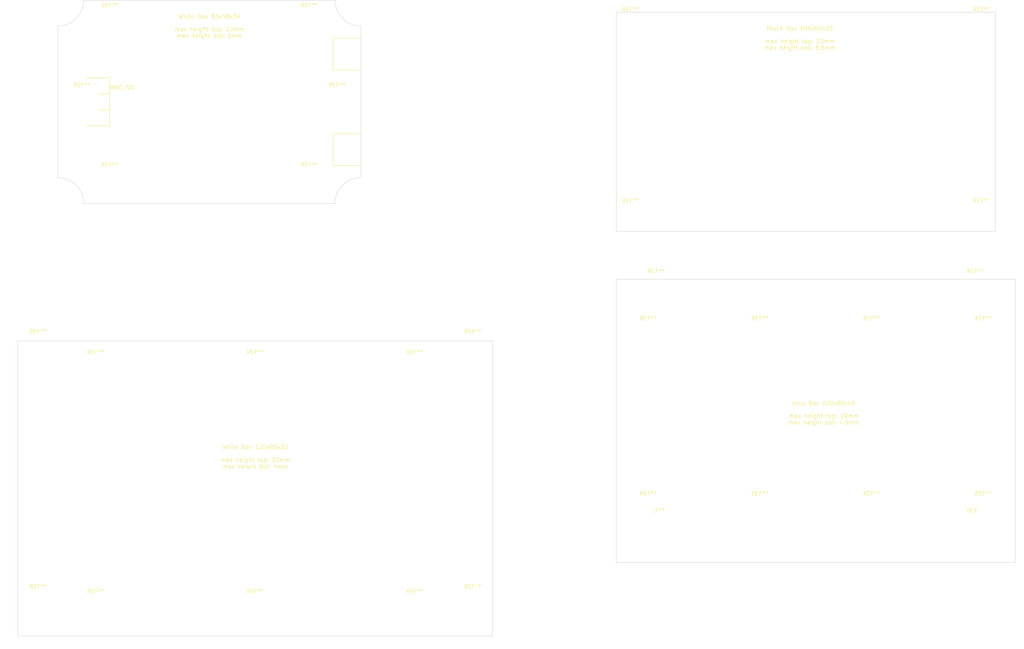
<source format=kicad_pcb>
(kicad_pcb (version 20221018) (generator pcbnew)
  (layers (0 "F.Cu" signal) (31 "B.Cu" signal) (34 "B.Paste" user) (35 "F.Paste" user) (36 "B.SilkS" user "B.Silkscreen") (37 "F.SilkS" user "F.Silkscreen") (38 "B.Mask" user) (39 "F.Mask" user) (44 "Edge.Cuts" user))
  (net 0 "")
  (footprint "Library:MountingHole_2.7mm_M2.5" (layer "F.Cu") (at 240.5 148)
    (fp_text reference "REF**" (at 0 -3.7) (layer "F.SilkS"))
    (fp_text value "MountingHole_2.7mm_M2.5")
    (pad "" np_thru_hole circle (at 0 0) (size 2.7 2.7) (drill 2.7) (layers "*.Cu" "*.Mask"))
  )
  (footprint "MountingHole:MountingHole_3.2mm_M3" (layer "F.Cu") (at 268 75)
    (fp_text reference "REF**" (at 0 -4.2) (layer "F.SilkS"))
    (fp_text value "MountingHole_3.2mm_M3")
    (pad "" np_thru_hole circle (at 0 0) (size 3.2 3.2) (drill 3.2) (layers "*.Cu" "*.Mask"))
  )
  (footprint "MountingHole:MountingHole_3.2mm_M3" (layer "F.Cu") (at 49.5 66)
    (fp_text reference "REF**" (at 0 -4.2) (layer "F.SilkS"))
    (fp_text value "MountingHole_3.2mm_M3")
    (pad "" np_thru_hole circle (at 0 0) (size 3.2 3.2) (drill 3.2) (layers "*.Cu" "*.Mask"))
  )
  (footprint "Library:MountingHole_2.7mm_M2.5" (layer "F.Cu") (at 268.5 104)
    (fp_text reference "REF**" (at 0 -3.7) (layer "F.SilkS"))
    (fp_text value "MountingHole_2.7mm_M2.5")
    (pad "" np_thru_hole circle (at 0 0) (size 2.7 2.7) (drill 2.7) (layers "*.Cu" "*.Mask"))
  )
  (footprint "Library:MountingHole_7.5mm" (layer "F.Cu") (at 186.5 156)
    (fp_text reference "REF**" (at 0 -7.5) (layer "F.SilkS"))
    (fp_text value "MountingHole_7.5mm")
    (pad "" np_thru_hole circle (at 0 0) (size 7.5 7.5) (drill 7.5) (layers "F&B.Cu" "*.Mask"))
  )
  (footprint "Library:MountingHole_2.7mm_M2.5" (layer "F.Cu") (at 268.5 148)
    (fp_text reference "REF**" (at 0 -3.7) (layer "F.SilkS"))
    (fp_text value "MountingHole_2.7mm_M2.5")
    (pad "" np_thru_hole circle (at 0 0) (size 2.7 2.7) (drill 2.7) (layers "*.Cu" "*.Mask"))
  )
  (footprint "MountingHole:MountingHole_3.2mm_M3" (layer "F.Cu") (at 180 75)
    (fp_text reference "REF**" (at 0 -4.2) (layer "F.SilkS"))
    (fp_text value "MountingHole_3.2mm_M3")
    (pad "" np_thru_hole circle (at 0 0) (size 3.2 3.2) (drill 3.2) (layers "*.Cu" "*.Mask"))
  )
  (footprint "Library:MountingHole_6.4mm_M6" (layer "F.Cu") (at 140.5 111)
    (fp_text reference "REF**" (at 0 -7.4) (layer "F.SilkS"))
    (fp_text value "MountingHole_6.4mm_M6")
    (pad "" np_thru_hole circle (at 0 0) (size 6.4 6.4) (drill 6.4) (layers "*.Cu" "*.Mask"))
  )
  (footprint "Library:MountingHole_6.4mm_M6" (layer "F.Cu") (at 31.5 111)
    (fp_text reference "REF**" (at 0 -7.4) (layer "F.SilkS"))
    (fp_text value "MountingHole_6.4mm_M6")
    (pad "" np_thru_hole circle (at 0 0) (size 6.4 6.4) (drill 6.4) (layers "*.Cu" "*.Mask"))
  )
  (footprint "MountingHole:MountingHole_3.2mm_M3" (layer "F.Cu") (at 99.5 66)
    (fp_text reference "REF**" (at 0 -4.2) (layer "F.SilkS"))
    (fp_text value "MountingHole_3.2mm_M3")
    (pad "" np_thru_hole circle (at 0 0) (size 3.2 3.2) (drill 3.2) (layers "*.Cu" "*.Mask"))
  )
  (footprint "MountingHole:MountingHole_3.2mm_M3" (layer "F.Cu") (at 106.5 46)
    (fp_text reference "REF**" (at 0 -4.2) (layer "F.SilkS"))
    (fp_text value "MountingHole_3.2mm_M3")
    (pad "" np_thru_hole circle (at 0 0) (size 3.2 3.2) (drill 3.2) (layers "*.Cu" "*.Mask"))
  )
  (footprint "MountingHole:MountingHole_3.2mm_M3" (layer "F.Cu") (at 126 113)
    (fp_text reference "REF**" (at 0 -4.2) (layer "F.SilkS"))
    (fp_text value "MountingHole_3.2mm_M3")
    (pad "" np_thru_hole circle (at 0 0) (size 3.2 3.2) (drill 3.2) (layers "*.Cu" "*.Mask"))
  )
  (footprint "MountingHole:MountingHole_3.2mm_M3" (layer "F.Cu") (at 49.5 26)
    (fp_text reference "REF**" (at 0 -4.2) (layer "F.SilkS"))
    (fp_text value "MountingHole_3.2mm_M3")
    (pad "" np_thru_hole circle (at 0 0) (size 3.2 3.2) (drill 3.2) (layers "*.Cu" "*.Mask"))
  )
  (footprint "Library:MountingHole_6.4mm_M6" (layer "F.Cu") (at 31.5 175)
    (fp_text reference "REF**" (at 0 -7.4) (layer "F.SilkS"))
    (fp_text value "MountingHole_6.4mm_M6")
    (pad "" np_thru_hole circle (at 0 0) (size 6.4 6.4) (drill 6.4) (layers "*.Cu" "*.Mask"))
  )
  (footprint "MountingHole:MountingHole_3.2mm_M3" (layer "F.Cu") (at 86 173)
    (fp_text reference "REF**" (at 0 -4.2) (layer "F.SilkS"))
    (fp_text value "MountingHole_3.2mm_M3")
    (pad "" np_thru_hole circle (at 0 0) (size 3.2 3.2) (drill 3.2) (layers "*.Cu" "*.Mask"))
  )
  (footprint "MountingHole:MountingHole_3.2mm_M3" (layer "F.Cu") (at 42.5 46)
    (fp_text reference "REF**" (at 0 -4.2) (layer "F.SilkS"))
    (fp_text value "MountingHole_3.2mm_M3")
    (pad "" np_thru_hole circle (at 0 0) (size 3.2 3.2) (drill 3.2) (layers "*.Cu" "*.Mask"))
  )
  (footprint "MountingHole:MountingHole_3.2mm_M3" (layer "F.Cu") (at 46 113)
    (fp_text reference "REF**" (at 0 -4.2) (layer "F.SilkS"))
    (fp_text value "MountingHole_3.2mm_M3")
    (pad "" np_thru_hole circle (at 0 0) (size 3.2 3.2) (drill 3.2) (layers "*.Cu" "*.Mask"))
  )
  (footprint "MountingHole:MountingHole_3.2mm_M3" (layer "F.Cu") (at 46 173)
    (fp_text reference "REF**" (at 0 -4.2) (layer "F.SilkS"))
    (fp_text value "MountingHole_3.2mm_M3")
    (pad "" np_thru_hole circle (at 0 0) (size 3.2 3.2) (drill 3.2) (layers "*.Cu" "*.Mask"))
  )
  (footprint "MountingHole:MountingHole_3.2mm_M3" (layer "F.Cu") (at 126 173)
    (fp_text reference "REF**" (at 0 -4.2) (layer "F.SilkS"))
    (fp_text value "MountingHole_3.2mm_M3")
    (pad "" np_thru_hole circle (at 0 0) (size 3.2 3.2) (drill 3.2) (layers "*.Cu" "*.Mask"))
  )
  (footprint "Library:MountingHole_6.4mm_M6" (layer "F.Cu") (at 140.5 175)
    (fp_text reference "REF**" (at 0 -7.4) (layer "F.SilkS"))
    (fp_text value "MountingHole_6.4mm_M6")
    (pad "" np_thru_hole circle (at 0 0) (size 6.4 6.4) (drill 6.4) (layers "*.Cu" "*.Mask"))
  )
  (footprint "MountingHole:MountingHole_3.2mm_M3" (layer "F.Cu") (at 180 27)
    (fp_text reference "REF**" (at 0 -4.2) (layer "F.SilkS"))
    (fp_text value "MountingHole_3.2mm_M3")
    (pad "" np_thru_hole circle (at 0 0) (size 3.2 3.2) (drill 3.2) (layers "*.Cu" "*.Mask"))
  )
  (footprint "MountingHole:MountingHole_3.2mm_M3" (layer "F.Cu") (at 99.5 26)
    (fp_text reference "REF**" (at 0 -4.2) (layer "F.SilkS"))
    (fp_text value "MountingHole_3.2mm_M3")
    (pad "" np_thru_hole circle (at 0 0) (size 3.2 3.2) (drill 3.2) (layers "*.Cu" "*.Mask"))
  )
  (footprint "Library:MountingHole_7.5mm" (layer "F.Cu") (at 266.5 96)
    (fp_text reference "REF**" (at 0 -7.5) (layer "F.SilkS"))
    (fp_text value "MountingHole_7.5mm")
    (pad "" np_thru_hole circle (at 0 0) (size 7.5 7.5) (drill 7.5) (layers "F&B.Cu" "*.Mask"))
  )
  (footprint "Library:MountingHole_2.7mm_M2.5" (layer "F.Cu") (at 184.5 148)
    (fp_text reference "REF**" (at 0 -3.7) (layer "F.SilkS"))
    (fp_text value "MountingHole_2.7mm_M2.5")
    (pad "" np_thru_hole circle (at 0 0) (size 2.7 2.7) (drill 2.7) (layers "*.Cu" "*.Mask"))
  )
  (footprint "MountingHole:MountingHole_3.2mm_M3" (layer "F.Cu") (at 86 113)
    (fp_text reference "REF**" (at 0 -4.2) (layer "F.SilkS"))
    (fp_text value "MountingHole_3.2mm_M3")
    (pad "" np_thru_hole circle (at 0 0) (size 3.2 3.2) (drill 3.2) (layers "*.Cu" "*.Mask"))
  )
  (footprint "Library:MountingHole_7.5mm" (layer "F.Cu") (at 266.5 156)
    (fp_text reference "REF**" (at 0 -7.5) (layer "F.SilkS"))
    (fp_text value "MountingHole_7.5mm")
    (pad "" np_thru_hole circle (at 0 0) (size 7.5 7.5) (drill 7.5) (layers "F&B.Cu" "*.Mask"))
  )
  (footprint "Library:MountingHole_2.7mm_M2.5" (layer "F.Cu") (at 212.5 104)
    (fp_text reference "REF**" (at 0 -3.7) (layer "F.SilkS"))
    (fp_text value "MountingHole_2.7mm_M2.5")
    (pad "" np_thru_hole circle (at 0 0) (size 2.7 2.7) (drill 2.7) (layers "*.Cu" "*.Mask"))
  )
  (footprint "MountingHole:MountingHole_3.2mm_M3" (layer "F.Cu") (at 268 27)
    (fp_text reference "REF**" (at 0 -4.2) (layer "F.SilkS"))
    (fp_text value "MountingHole_3.2mm_M3")
    (pad "" np_thru_hole circle (at 0 0) (size 3.2 3.2) (drill 3.2) (layers "*.Cu" "*.Mask"))
  )
  (footprint "Library:MountingHole_2.7mm_M2.5" (layer "F.Cu") (at 212.5 148)
    (fp_text reference "REF**" (at 0 -3.7) (layer "F.SilkS"))
    (fp_text value "MountingHole_2.7mm_M2.5")
    (pad "" np_thru_hole circle (at 0 0) (size 2.7 2.7) (drill 2.7) (layers "*.Cu" "*.Mask"))
  )
  (footprint "Library:MountingHole_2.7mm_M2.5" (layer "F.Cu") (at 240.5 104)
    (fp_text reference "REF**" (at 0 -3.7) (layer "F.SilkS"))
    (fp_text value "MountingHole_2.7mm_M2.5")
    (pad "" np_thru_hole circle (at 0 0) (size 2.7 2.7) (drill 2.7) (layers "*.Cu" "*.Mask"))
  )
  (footprint "Library:MountingHole_7.5mm" (layer "F.Cu") (at 186.5 96)
    (fp_text reference "REF**" (at 0 -7.5) (layer "F.SilkS"))
    (fp_text value "MountingHole_7.5mm")
    (pad "" np_thru_hole circle (at 0 0) (size 7.5 7.5) (drill 7.5) (layers "F&B.Cu" "*.Mask"))
  )
  (footprint "Library:MountingHole_2.7mm_M2.5" (layer "F.Cu") (at 184.5 104)
    (fp_text reference "REF**" (at 0 -3.7) (layer "F.SilkS"))
    (fp_text value "MountingHole_2.7mm_M2.5")
    (pad "" np_thru_hole circle (at 0 0) (size 2.7 2.7) (drill 2.7) (layers "*.Cu" "*.Mask"))
  )
  (gr_line (start 112.5 62) (end 105.5 62) (stroke (width 0.15)) (layer "F.SilkS"))
  (gr_line (start 105.5 62) (end 105.5 54) (stroke (width 0.15)) (layer "F.SilkS"))
  (gr_line (start 49.5 40) (end 43.5 40) (stroke (width 0.15)) (layer "F.SilkS"))
  (gr_line (start 49.5 48) (end 46.5 48) (stroke (width 0.15)) (layer "F.SilkS"))
  (gr_line (start 49.5 52) (end 43.5 52) (stroke (width 0.15)) (layer "F.SilkS"))
  (gr_line (start 105.5 30) (end 105.5 38) (stroke (width 0.15)) (layer "F.SilkS"))
  (gr_line (start 105.5 38) (end 112.5 38) (stroke (width 0.15)) (layer "F.SilkS"))
  (gr_line (start 112.5 30) (end 105.5 30) (stroke (width 0.15)) (layer "F.SilkS"))
  (gr_line (start 49.5 40) (end 49.5 52) (stroke (width 0.15)) (layer "F.SilkS"))
  (gr_line (start 105.5 54) (end 112.5 54) (stroke (width 0.15)) (layer "F.SilkS"))
  (gr_line (start 49.5 44) (end 46.5 44) (stroke (width 0.15)) (layer "F.SilkS"))
  (gr_line (start 271.5 23.5) (end 271.5 78.5) (stroke (width 0.1)) (layer "Edge.Cuts"))
  (gr_line (start 276.5 161.5) (end 176.5 161.5) (stroke (width 0.1)) (layer "Edge.Cuts"))
  (gr_arc (start 106 71.5) (mid 107.903806 66.903806) (end 112.5 65) (stroke (width 0.1)) (layer "Edge.Cuts"))
  (gr_line (start 276.5 90.5) (end 276.5 161.5) (stroke (width 0.1)) (layer "Edge.Cuts"))
  (gr_line (start 176.5 78.5) (end 176.5 23.5) (stroke (width 0.1)) (layer "Edge.Cuts"))
  (gr_arc (start 43 20.5) (mid 41.096194 25.096194) (end 36.5 27) (stroke (width 0.1)) (layer "Edge.Cuts"))
  (gr_line (start 145.5 180) (end 26.5 180) (stroke (width 0.1)) (layer "Edge.Cuts"))
  (gr_arc (start 112.5 27) (mid 107.903806 25.096194) (end 106 20.5) (stroke (width 0.1)) (layer "Edge.Cuts"))
  (gr_line (start 26.5 106) (end 145.5 106) (stroke (width 0.1)) (layer "Edge.Cuts"))
  (gr_line (start 176.5 23.5) (end 271.5 23.5) (stroke (width 0.1)) (layer "Edge.Cuts"))
  (gr_line (start 145.5 106) (end 145.5 180) (stroke (width 0.1)) (layer "Edge.Cuts"))
  (gr_line (start 176.5 90.5) (end 276.5 90.5) (stroke (width 0.1)) (layer "Edge.Cuts"))
  (gr_arc (start 36.5 65) (mid 41.096194 66.903806) (end 43 71.5) (stroke (width 0.1)) (layer "Edge.Cuts"))
  (gr_line (start 43 20.5) (end 106 20.5) (stroke (width 0.1)) (layer "Edge.Cuts"))
  (gr_line (start 43 71.5) (end 106 71.5) (stroke (width 0.1)) (layer "Edge.Cuts"))
  (gr_line (start 36.5 27) (end 36.5 65) (stroke (width 0.1)) (layer "Edge.Cuts"))
  (gr_line (start 112.5 27) (end 112.5 65) (stroke (width 0.1)) (layer "Edge.Cuts"))
  (gr_line (start 176.5 161.5) (end 176.5 90.5) (stroke (width 0.1)) (layer "Edge.Cuts"))
  (gr_line (start 26.5 180) (end 26.5 106) (stroke (width 0.1)) (layer "Edge.Cuts"))
  (gr_line (start 271.5 78.5) (end 176.5 78.5) (stroke (width 0.1)) (layer "Edge.Cuts"))
  (gr_text "Black Box 100x60x25\n\nmax height top: 13mm\nmax height bot: 6.5mm" (at 222.5 33) (layer "F.SilkS") (effects (font (size 1 1)) (justify bottom)))
  (gr_text "Grey Box 120x80x40\n\nmax height top: 29mm\nmax height bot: 4.5mm" (at 228.5 127) (layer "F.SilkS") (effects (font (size 1 1)) (justify bottom)))
  (gr_text "White Box 83x58x34\n\nmax height top: 22mm\nmax height bot: 5mm" (at 74.5 30) (layer "F.SilkS") (effects (font (size 1 1)) (justify bottom)))
  (gr_text "BNC/SO" (at 49.5 43) (layer "F.SilkS") (effects (font (size 1 1)) (justify left bottom)))
  (gr_text "White Box 125x80x33\n\nmax height top: 22mm\nmax height bot: 4mm" (at 86 138) (layer "F.SilkS") (effects (font (size 1 1)) (justify bottom)))
)
</source>
